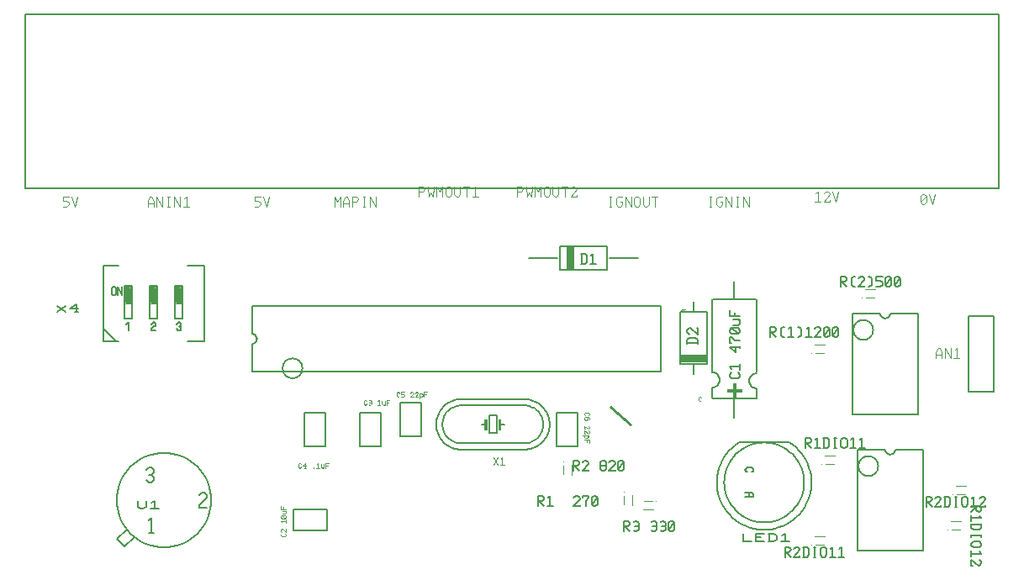
<source format=gto>
G04 Generated by Ultiboard 13.0 *
%FSLAX25Y25*%
%MOIN*%

%ADD10C,0.00001*%
%ADD11C,0.00800*%
%ADD12C,0.00189*%
%ADD13C,0.00463*%
%ADD14C,0.00591*%
%ADD15C,0.00394*%
%ADD16C,0.00219*%
%ADD17C,0.00612*%
%ADD18C,0.00787*%
%ADD19C,0.00005*%
%ADD20C,0.01000*%
%ADD21C,0.00004*%
%ADD22C,0.00367*%
%ADD23C,0.00100*%


G04 ColorRGB FFFF00 for the following layer *
%LNSilkscreen Top*%
%LPD*%
G54D10*
G54D11*
X146898Y171008D02*
X309102Y171008D01*
X309102Y196992D01*
X146898Y196992D01*
X159063Y172253D02*
G75*
D01*
G02X159063Y172253I3937J0*
G01*
X146898Y182031D02*
X147069Y182039D01*
X147239Y182061D01*
X147407Y182099D01*
X147571Y182150D01*
X147730Y182216D01*
X147882Y182295D01*
X148027Y182387D01*
X148163Y182492D01*
X148290Y182608D01*
X148406Y182735D01*
X148510Y182871D01*
X148602Y183016D01*
X148682Y183168D01*
X148747Y183327D01*
X148799Y183491D01*
X148836Y183658D01*
X148859Y183828D01*
X148866Y184000D01*
X148859Y184172D01*
X148836Y184342D01*
X148799Y184509D01*
X148747Y184673D01*
X148682Y184832D01*
X148602Y184984D01*
X148510Y185129D01*
X148406Y185265D01*
X148290Y185392D01*
X148163Y185508D01*
X148027Y185613D01*
X147882Y185705D01*
X147730Y185784D01*
X147571Y185850D01*
X147407Y185901D01*
X147239Y185939D01*
X147069Y185961D01*
X146898Y185969D01*
X146898Y196992D02*
X146898Y185969D01*
X146898Y182031D02*
X146898Y171008D01*
X276167Y154667D02*
X276167Y141333D01*
X267833Y141333D02*
X267833Y154667D01*
X276167Y154667D01*
X276167Y141333D02*
X267833Y141333D01*
X198167Y154667D02*
X198167Y141333D01*
X189833Y141333D02*
X189833Y154667D01*
X198167Y154667D01*
X198167Y141333D02*
X189833Y141333D01*
X176167Y154667D02*
X176167Y141333D01*
X167833Y141333D02*
X167833Y154667D01*
X176167Y154667D01*
X176167Y141333D02*
X167833Y141333D01*
X254917Y160000D02*
X229917Y160000D01*
X254917Y157500D02*
X229917Y157500D01*
X254917Y142500D02*
X229917Y142500D01*
X254917Y140000D02*
X229917Y140000D01*
X243917Y153500D02*
X240917Y153500D01*
X240917Y146500D02*
X243917Y146500D01*
X254917Y140000D02*
X255788Y140038D01*
X256653Y140152D01*
X257505Y140341D01*
X258337Y140603D01*
X259143Y140937D01*
X259917Y141340D01*
X260652Y141808D01*
X261344Y142340D01*
X261988Y142929D01*
X262577Y143572D01*
X263108Y144264D01*
X263577Y145000D01*
X263980Y145774D01*
X264313Y146580D01*
X264576Y147412D01*
X264765Y148264D01*
X264878Y149128D01*
X264917Y150000D01*
X264878Y150872D01*
X264765Y151736D01*
X264576Y152588D01*
X264313Y153420D01*
X263980Y154226D01*
X263577Y155000D01*
X263108Y155736D01*
X262577Y156428D01*
X261988Y157071D01*
X261344Y157660D01*
X260652Y158192D01*
X259917Y158660D01*
X259143Y159063D01*
X258337Y159397D01*
X257505Y159659D01*
X256653Y159848D01*
X255788Y159962D01*
X254917Y160000D01*
X254917Y160000D01*
X254917Y142500D02*
X255570Y142529D01*
X256219Y142614D01*
X256858Y142756D01*
X257482Y142952D01*
X258086Y143203D01*
X258667Y143505D01*
X259218Y143856D01*
X259737Y144255D01*
X260220Y144697D01*
X260662Y145179D01*
X261060Y145698D01*
X261412Y146250D01*
X261714Y146830D01*
X261964Y147435D01*
X262161Y148059D01*
X262303Y148698D01*
X262388Y149346D01*
X262417Y150000D01*
X262388Y150654D01*
X262303Y151302D01*
X262161Y151941D01*
X261964Y152565D01*
X261714Y153170D01*
X261412Y153750D01*
X261060Y154302D01*
X260662Y154821D01*
X260220Y155303D01*
X259737Y155745D01*
X259218Y156144D01*
X258667Y156495D01*
X258086Y156797D01*
X257482Y157048D01*
X256858Y157244D01*
X256219Y157386D01*
X255570Y157471D01*
X254917Y157500D01*
X254917Y157500D01*
X243917Y146500D02*
X243917Y153500D01*
X244917Y152000D02*
X244917Y148000D01*
X245417Y148000D02*
X245417Y152000D01*
X245417Y150000D02*
X246917Y150000D01*
X229917Y160000D02*
X229045Y159962D01*
X228180Y159848D01*
X227328Y159659D01*
X226496Y159397D01*
X225690Y159063D01*
X224917Y158660D01*
X224181Y158192D01*
X223489Y157660D01*
X222845Y157071D01*
X222256Y156428D01*
X221725Y155736D01*
X221256Y155000D01*
X220853Y154226D01*
X220520Y153420D01*
X220257Y152588D01*
X220068Y151736D01*
X219955Y150872D01*
X219917Y150000D01*
X219955Y149128D01*
X220068Y148264D01*
X220257Y147412D01*
X220520Y146580D01*
X220853Y145774D01*
X221256Y145000D01*
X221725Y144264D01*
X222256Y143572D01*
X222845Y142929D01*
X223489Y142340D01*
X224181Y141808D01*
X224917Y141340D01*
X225690Y140937D01*
X226496Y140603D01*
X227328Y140341D01*
X228180Y140152D01*
X229045Y140038D01*
X229917Y140000D01*
X229917Y140000D01*
X229917Y157500D02*
X229263Y157471D01*
X228614Y157386D01*
X227975Y157244D01*
X227351Y157048D01*
X226747Y156797D01*
X226167Y156495D01*
X225615Y156144D01*
X225096Y155745D01*
X224613Y155303D01*
X224171Y154821D01*
X223773Y154302D01*
X223421Y153750D01*
X223119Y153170D01*
X222869Y152565D01*
X222672Y151941D01*
X222530Y151302D01*
X222445Y150654D01*
X222417Y150000D01*
X222445Y149346D01*
X222530Y148698D01*
X222672Y148059D01*
X222869Y147435D01*
X223119Y146830D01*
X223421Y146250D01*
X223773Y145698D01*
X224171Y145179D01*
X224613Y144697D01*
X225096Y144255D01*
X225615Y143856D01*
X226167Y143505D01*
X226747Y143203D01*
X227351Y142952D01*
X227975Y142756D01*
X228614Y142614D01*
X229263Y142529D01*
X229917Y142500D01*
X229917Y142500D01*
X240917Y146500D02*
X240917Y153500D01*
X239917Y148000D02*
X239917Y152000D01*
X239417Y148000D02*
X239417Y152000D01*
X239417Y150000D02*
X237917Y150000D01*
X327315Y194512D02*
X316685Y194512D01*
X316685Y174039D02*
X327315Y174039D01*
X322000Y174000D02*
X322000Y169906D01*
X322000Y194709D02*
X322000Y198646D01*
X327315Y174039D02*
X327315Y194512D01*
X316685Y194512D02*
X316685Y174039D01*
X205833Y145333D02*
X205833Y158667D01*
X214167Y158667D02*
X214167Y145333D01*
X205833Y145333D01*
X205833Y158667D02*
X214167Y158667D01*
X347055Y160205D02*
X329732Y160205D01*
X329732Y199575D02*
X346661Y199575D01*
X338000Y159937D02*
X338000Y152724D01*
X338000Y206661D02*
X338000Y199575D01*
X347055Y170835D02*
X347055Y199575D01*
X347012Y164315D02*
X347012Y160315D01*
X347012Y170315D02*
X346750Y170304D01*
X346491Y170269D01*
X346235Y170213D01*
X345986Y170134D01*
X345744Y170034D01*
X345512Y169913D01*
X345291Y169772D01*
X345083Y169613D01*
X344890Y169436D01*
X344714Y169243D01*
X344554Y169036D01*
X344414Y168815D01*
X344293Y168583D01*
X344193Y168341D01*
X344114Y168091D01*
X344057Y167836D01*
X344023Y167576D01*
X344012Y167315D01*
X344023Y167053D01*
X344057Y166794D01*
X344114Y166539D01*
X344193Y166289D01*
X344293Y166047D01*
X344414Y165815D01*
X344554Y165594D01*
X344714Y165387D01*
X344890Y165194D01*
X345083Y165017D01*
X345291Y164858D01*
X345512Y164717D01*
X345744Y164596D01*
X345986Y164496D01*
X346235Y164417D01*
X346491Y164361D01*
X346750Y164326D01*
X347012Y164315D01*
X329339Y170835D02*
X329339Y199575D01*
X329339Y160535D02*
X329339Y164535D01*
X329339Y164685D02*
X329600Y164696D01*
X329860Y164731D01*
X330115Y164787D01*
X330365Y164866D01*
X330606Y164966D01*
X330839Y165087D01*
X331059Y165228D01*
X331267Y165387D01*
X331460Y165564D01*
X331637Y165757D01*
X331796Y165964D01*
X331937Y166185D01*
X332058Y166417D01*
X332158Y166659D01*
X332236Y166909D01*
X332293Y167164D01*
X332327Y167424D01*
X332339Y167685D01*
X332327Y167947D01*
X332293Y168206D01*
X332236Y168461D01*
X332158Y168711D01*
X332058Y168953D01*
X331937Y169185D01*
X331796Y169406D01*
X331637Y169613D01*
X331460Y169806D01*
X331267Y169983D01*
X331059Y170142D01*
X330839Y170283D01*
X330606Y170404D01*
X330365Y170504D01*
X330115Y170583D01*
X329860Y170639D01*
X329600Y170674D01*
X329339Y170685D01*
X341556Y106702D02*
X341556Y103726D01*
X344889Y103726D01*
X349889Y103726D02*
X346556Y103726D01*
X346556Y105214D01*
X346556Y106702D01*
X349889Y106702D01*
X346556Y105214D02*
X348778Y105214D01*
X351556Y103726D02*
X353778Y103726D01*
X354889Y104321D01*
X354889Y106107D01*
X353778Y106702D01*
X351556Y106702D01*
X352111Y106702D02*
X352111Y103726D01*
X357111Y106107D02*
X358222Y106702D01*
X358222Y103726D01*
X356556Y103726D02*
X359889Y103726D01*
X339788Y142725D02*
X338456Y141775D01*
X337213Y140713D01*
X336066Y139546D01*
X335026Y138284D01*
X334099Y136936D01*
X333294Y135512D01*
X332615Y134024D01*
X332069Y132482D01*
X331660Y130898D01*
X331390Y129285D01*
X331261Y127654D01*
X331276Y126019D01*
X331432Y124391D01*
X331731Y122782D01*
X332168Y121206D01*
X332741Y119674D01*
X333445Y118197D01*
X334275Y116788D01*
X335225Y115456D01*
X336287Y114213D01*
X337454Y113066D01*
X338716Y112026D01*
X340064Y111099D01*
X341488Y110294D01*
X342976Y109615D01*
X344518Y109069D01*
X346102Y108660D01*
X347715Y108390D01*
X349346Y108261D01*
X350981Y108276D01*
X352609Y108432D01*
X354218Y108731D01*
X355794Y109168D01*
X357326Y109741D01*
X358803Y110445D01*
X360212Y111275D01*
X361544Y112225D01*
X362787Y113287D01*
X363934Y114454D01*
X364974Y115716D01*
X365901Y117064D01*
X366706Y118488D01*
X367385Y119976D01*
X367931Y121518D01*
X368340Y123102D01*
X368610Y124715D01*
X368739Y126346D01*
X368724Y127981D01*
X368568Y129609D01*
X368269Y131218D01*
X367832Y132794D01*
X367259Y134326D01*
X366555Y135803D01*
X365725Y137212D01*
X364775Y138544D01*
X363713Y139787D01*
X362546Y140934D01*
X361284Y141974D01*
X360212Y142725D01*
X350000Y111167D02*
X351380Y111227D01*
X352749Y111407D01*
X354098Y111706D01*
X355415Y112122D01*
X356691Y112650D01*
X357917Y113288D01*
X359082Y114030D01*
X360177Y114871D01*
X361196Y115804D01*
X362129Y116823D01*
X362970Y117918D01*
X363712Y119083D01*
X364350Y120309D01*
X364878Y121585D01*
X365294Y122902D01*
X365593Y124251D01*
X365773Y125620D01*
X365833Y127000D01*
X365773Y128380D01*
X365593Y129749D01*
X365294Y131098D01*
X364878Y132415D01*
X364350Y133691D01*
X363712Y134917D01*
X362970Y136082D01*
X362129Y137177D01*
X361196Y138196D01*
X360177Y139129D01*
X359082Y139970D01*
X357917Y140712D01*
X356691Y141350D01*
X355415Y141878D01*
X354098Y142294D01*
X352749Y142593D01*
X351380Y142773D01*
X350000Y142833D01*
X348620Y142773D01*
X347251Y142593D01*
X345902Y142294D01*
X344585Y141878D01*
X343309Y141350D01*
X342083Y140712D01*
X340918Y139970D01*
X339823Y139129D01*
X338804Y138196D01*
X337871Y137177D01*
X337030Y136082D01*
X336288Y134917D01*
X335650Y133691D01*
X335122Y132415D01*
X334706Y131098D01*
X334407Y129749D01*
X334227Y128380D01*
X334167Y127000D01*
X334227Y125620D01*
X334407Y124251D01*
X334706Y122902D01*
X335122Y121585D01*
X335650Y120309D01*
X336288Y119083D01*
X337030Y117918D01*
X337871Y116823D01*
X338804Y115804D01*
X339823Y114871D01*
X340918Y114030D01*
X342083Y113288D01*
X343309Y112650D01*
X344585Y112122D01*
X345902Y111706D01*
X347251Y111407D01*
X348620Y111227D01*
X350000Y111167D01*
X344167Y122833D02*
X344167Y121167D01*
X345000Y121167D02*
X345073Y121170D01*
X345145Y121179D01*
X345216Y121195D01*
X345285Y121217D01*
X345352Y121245D01*
X345417Y121278D01*
X345478Y121317D01*
X345536Y121362D01*
X345589Y121411D01*
X345638Y121464D01*
X345683Y121522D01*
X345722Y121583D01*
X345755Y121648D01*
X345783Y121715D01*
X345805Y121784D01*
X345821Y121855D01*
X345830Y121927D01*
X345833Y122000D01*
X345830Y122073D01*
X345821Y122145D01*
X345805Y122216D01*
X345783Y122285D01*
X345755Y122352D01*
X345722Y122417D01*
X345683Y122478D01*
X345638Y122536D01*
X345589Y122589D01*
X345536Y122638D01*
X345478Y122683D01*
X345417Y122722D01*
X345352Y122755D01*
X345285Y122783D01*
X345216Y122805D01*
X345145Y122821D01*
X345073Y122830D01*
X345000Y122833D01*
X360000Y142833D02*
X340000Y142833D01*
X342500Y122833D02*
X345000Y122833D01*
X343333Y132833D02*
X343261Y132830D01*
X343189Y132821D01*
X343118Y132805D01*
X343048Y132783D01*
X342981Y132755D01*
X342917Y132722D01*
X342855Y132683D01*
X342798Y132638D01*
X342744Y132589D01*
X342695Y132536D01*
X342651Y132478D01*
X342612Y132417D01*
X342578Y132352D01*
X342550Y132285D01*
X342529Y132216D01*
X342513Y132145D01*
X342503Y132073D01*
X342500Y132000D01*
X342503Y131927D01*
X342513Y131855D01*
X342529Y131784D01*
X342550Y131715D01*
X342578Y131648D01*
X342612Y131583D01*
X342651Y131522D01*
X342695Y131464D01*
X342744Y131411D01*
X342798Y131362D01*
X342855Y131317D01*
X342917Y131278D01*
X342981Y131245D01*
X343048Y131217D01*
X343118Y131195D01*
X343189Y131179D01*
X343261Y131170D01*
X343333Y131167D01*
X343333Y131167D01*
X343333Y132833D02*
X345000Y132833D01*
X345000Y131167D02*
X345073Y131170D01*
X345145Y131179D01*
X345216Y131195D01*
X345285Y131217D01*
X345352Y131245D01*
X345417Y131278D01*
X345478Y131317D01*
X345536Y131362D01*
X345589Y131411D01*
X345638Y131464D01*
X345683Y131522D01*
X345722Y131583D01*
X345755Y131648D01*
X345783Y131715D01*
X345805Y131784D01*
X345821Y131855D01*
X345830Y131927D01*
X345833Y132000D01*
X345830Y132073D01*
X345821Y132145D01*
X345805Y132216D01*
X345783Y132285D01*
X345755Y132352D01*
X345722Y132417D01*
X345683Y132478D01*
X345638Y132536D01*
X345589Y132589D01*
X345536Y132638D01*
X345478Y132683D01*
X345417Y132722D01*
X345352Y132755D01*
X345285Y132783D01*
X345216Y132805D01*
X345145Y132821D01*
X345073Y132830D01*
X345000Y132833D01*
X342500Y121167D02*
X345000Y121167D01*
X101556Y119702D02*
X101556Y117321D01*
X102667Y116726D01*
X103778Y116726D01*
X104889Y117321D01*
X104889Y119702D01*
X107111Y119107D02*
X108222Y119702D01*
X108222Y116726D01*
X106556Y116726D02*
X109889Y116726D01*
X130750Y120000D02*
X130679Y121634D01*
X130465Y123256D01*
X130111Y124853D01*
X129619Y126413D01*
X128993Y127924D01*
X128238Y129375D01*
X127359Y130755D01*
X126363Y132052D01*
X125258Y133258D01*
X124052Y134363D01*
X122755Y135359D01*
X121375Y136238D01*
X119924Y136993D01*
X118413Y137619D01*
X116853Y138111D01*
X115256Y138465D01*
X113634Y138679D01*
X112000Y138750D01*
X110366Y138679D01*
X108744Y138465D01*
X107147Y138111D01*
X105587Y137619D01*
X104076Y136993D01*
X102625Y136238D01*
X101245Y135359D01*
X99948Y134363D01*
X98742Y133258D01*
X97637Y132052D01*
X96641Y130755D01*
X95762Y129375D01*
X95007Y127924D01*
X94381Y126413D01*
X93889Y124853D01*
X93535Y123256D01*
X93321Y121634D01*
X93250Y120000D01*
X93321Y118366D01*
X93535Y116744D01*
X93889Y115147D01*
X94381Y113587D01*
X95007Y112076D01*
X95762Y110625D01*
X96641Y109245D01*
X97637Y107948D01*
X98742Y106742D01*
X99948Y105637D01*
X101245Y104641D01*
X102625Y103762D01*
X104076Y103007D01*
X105587Y102381D01*
X107147Y101889D01*
X108744Y101535D01*
X110366Y101321D01*
X112000Y101250D01*
X113634Y101321D01*
X115256Y101535D01*
X116853Y101889D01*
X118413Y102381D01*
X119924Y103007D01*
X121375Y103762D01*
X122755Y104641D01*
X124052Y105637D01*
X125258Y106742D01*
X126363Y107948D01*
X127359Y109245D01*
X128238Y110625D01*
X128993Y112076D01*
X129619Y113587D01*
X130111Y115147D01*
X130465Y116744D01*
X130679Y118366D01*
X130750Y120000D01*
X93500Y104500D02*
X96500Y101500D01*
X100333Y105333D01*
X97333Y108333D02*
X93500Y104500D01*
X126000Y118000D02*
X126000Y117000D01*
X107000Y107000D02*
X107000Y113000D01*
X106000Y112000D01*
X108000Y107000D02*
X106000Y107000D01*
X126000Y117000D02*
X129000Y117000D01*
X105000Y132000D02*
X106000Y133000D01*
X107000Y133000D01*
X108000Y132000D01*
X108000Y131000D01*
X107000Y130000D01*
X108000Y129000D02*
X108000Y128000D01*
X107000Y130000D02*
X108000Y129000D01*
X106000Y127000D02*
X105000Y128000D01*
X108000Y128000D02*
X107000Y127000D01*
X106000Y127000D01*
X107000Y130000D02*
X106000Y130000D01*
X129000Y121000D02*
X126000Y118000D01*
X126000Y122000D02*
X127000Y123000D01*
X128000Y123000D02*
X129000Y122000D01*
X127000Y123000D02*
X128000Y123000D01*
X129000Y122000D02*
X129000Y121000D01*
X69556Y194726D02*
X72889Y196810D01*
X69556Y196810D02*
X72889Y194726D01*
X77889Y195917D02*
X74556Y195917D01*
X77333Y197702D01*
X77333Y194726D01*
X76778Y194726D02*
X77889Y194726D01*
X98000Y199000D02*
X98000Y203500D01*
X98000Y187167D02*
X98000Y190500D01*
X97167Y189667D01*
X96500Y192000D02*
X99500Y192000D01*
X97000Y198000D02*
X99000Y198000D01*
X97000Y198500D02*
X98500Y198500D01*
X97500Y199000D02*
X98000Y199000D01*
X99500Y205000D02*
X96500Y205000D01*
X99000Y204500D02*
X97000Y204500D01*
X98500Y204000D02*
X97500Y204000D01*
X94167Y213000D02*
X88000Y213000D01*
X88000Y183000D01*
X96500Y205000D02*
X96500Y192000D01*
X88000Y183000D02*
X94167Y183000D01*
X88000Y188000D02*
X93000Y183000D01*
X93000Y203833D02*
X92997Y203906D01*
X92987Y203978D01*
X92971Y204049D01*
X92950Y204118D01*
X92922Y204186D01*
X92888Y204250D01*
X92849Y204311D01*
X92805Y204369D01*
X92756Y204423D01*
X92702Y204472D01*
X92645Y204516D01*
X92583Y204555D01*
X92519Y204589D01*
X92452Y204617D01*
X92382Y204638D01*
X92311Y204654D01*
X92239Y204664D01*
X92167Y204667D01*
X92094Y204664D01*
X92022Y204654D01*
X91951Y204638D01*
X91882Y204617D01*
X91814Y204589D01*
X91750Y204555D01*
X91689Y204516D01*
X91631Y204472D01*
X91577Y204423D01*
X91528Y204369D01*
X91484Y204311D01*
X91445Y204250D01*
X91411Y204186D01*
X91383Y204118D01*
X91362Y204049D01*
X91346Y203978D01*
X91336Y203906D01*
X91333Y203833D01*
X91333Y202167D02*
X91336Y202094D01*
X91346Y202022D01*
X91362Y201951D01*
X91383Y201882D01*
X91411Y201814D01*
X91445Y201750D01*
X91484Y201689D01*
X91528Y201631D01*
X91577Y201577D01*
X91631Y201528D01*
X91689Y201484D01*
X91750Y201445D01*
X91814Y201411D01*
X91882Y201383D01*
X91951Y201362D01*
X92022Y201346D01*
X92094Y201336D01*
X92167Y201333D01*
X92239Y201336D01*
X92311Y201346D01*
X92382Y201362D01*
X92452Y201383D01*
X92519Y201411D01*
X92583Y201445D01*
X92645Y201484D01*
X92702Y201528D01*
X92756Y201577D01*
X92805Y201631D01*
X92849Y201689D01*
X92888Y201750D01*
X92922Y201814D01*
X92950Y201882D01*
X92971Y201951D01*
X92987Y202022D01*
X92997Y202094D01*
X93000Y202167D01*
X91333Y202167D02*
X91333Y203833D01*
X97000Y204500D02*
X97000Y198500D01*
X97500Y204000D02*
X97500Y199000D01*
X95500Y204667D02*
X95500Y201333D01*
X93833Y201333D02*
X93833Y204667D01*
X95500Y201333D02*
X93833Y204667D01*
X93000Y203833D02*
X93000Y202167D01*
X128000Y213000D02*
X121333Y213000D01*
X128000Y183000D02*
X128000Y213000D01*
X99500Y192000D02*
X99500Y205000D01*
X106500Y205000D02*
X106500Y192000D01*
X109500Y192000D02*
X109500Y205000D01*
X108000Y188833D02*
X107927Y188830D01*
X107855Y188821D01*
X107784Y188805D01*
X107715Y188783D01*
X107648Y188755D01*
X107583Y188722D01*
X107522Y188683D01*
X107464Y188638D01*
X107411Y188589D01*
X107362Y188536D01*
X107317Y188478D01*
X107278Y188417D01*
X107245Y188352D01*
X107217Y188285D01*
X107195Y188216D01*
X107179Y188145D01*
X107170Y188073D01*
X107167Y188000D01*
X108000Y188833D02*
X108073Y188836D01*
X108145Y188846D01*
X108216Y188862D01*
X108285Y188883D01*
X108352Y188911D01*
X108417Y188945D01*
X108478Y188984D01*
X108536Y189028D01*
X108589Y189077D01*
X108638Y189131D01*
X108683Y189189D01*
X108722Y189250D01*
X108755Y189314D01*
X108783Y189382D01*
X108805Y189451D01*
X108821Y189522D01*
X108830Y189594D01*
X108833Y189667D01*
X108830Y189739D01*
X108821Y189811D01*
X108805Y189882D01*
X108783Y189952D01*
X108755Y190019D01*
X108722Y190083D01*
X108683Y190145D01*
X108638Y190202D01*
X108589Y190256D01*
X108536Y190305D01*
X108478Y190349D01*
X108417Y190388D01*
X108352Y190422D01*
X108285Y190450D01*
X108216Y190471D01*
X108145Y190487D01*
X108073Y190497D01*
X108000Y190500D01*
X107927Y190497D01*
X107855Y190487D01*
X107784Y190471D01*
X107715Y190450D01*
X107648Y190422D01*
X107583Y190388D01*
X107522Y190349D01*
X107464Y190305D01*
X107411Y190256D01*
X107362Y190202D01*
X107317Y190145D01*
X107278Y190083D01*
X107245Y190019D01*
X107217Y189952D01*
X107195Y189882D01*
X107179Y189811D01*
X107170Y189739D01*
X107167Y189667D01*
X108833Y187167D02*
X107167Y187167D01*
X107167Y188000D01*
X106500Y192000D02*
X109500Y192000D01*
X107000Y204500D02*
X107000Y198500D01*
X107500Y204000D02*
X107500Y199000D01*
X107000Y198000D02*
X109000Y198000D01*
X107000Y198500D02*
X108500Y198500D01*
X107500Y199000D02*
X108000Y199000D01*
X109500Y205000D02*
X106500Y205000D01*
X109000Y204500D02*
X107000Y204500D01*
X108500Y204000D02*
X107500Y204000D01*
X99000Y198000D02*
X99000Y204500D01*
X98500Y198500D02*
X98500Y204000D01*
X109000Y198000D02*
X109000Y204500D01*
X108500Y198500D02*
X108500Y204000D01*
X108000Y199000D02*
X108000Y203500D01*
X119500Y192000D02*
X119500Y205000D01*
X116500Y205000D02*
X116500Y192000D01*
X121333Y183000D02*
X128000Y183000D01*
X116500Y192000D02*
X119500Y192000D01*
X117167Y188000D02*
X117170Y187927D01*
X117179Y187855D01*
X117195Y187784D01*
X117217Y187715D01*
X117245Y187648D01*
X117278Y187583D01*
X117317Y187522D01*
X117362Y187464D01*
X117411Y187411D01*
X117464Y187362D01*
X117522Y187317D01*
X117583Y187278D01*
X117648Y187245D01*
X117715Y187217D01*
X117784Y187195D01*
X117855Y187179D01*
X117927Y187170D01*
X118000Y187167D01*
X118073Y187170D01*
X118145Y187179D01*
X118216Y187195D01*
X118285Y187217D01*
X118352Y187245D01*
X118417Y187278D01*
X118478Y187317D01*
X118536Y187362D01*
X118589Y187411D01*
X118638Y187464D01*
X118683Y187522D01*
X118722Y187583D01*
X118755Y187648D01*
X118783Y187715D01*
X118805Y187784D01*
X118821Y187855D01*
X118830Y187927D01*
X118833Y188000D01*
X118830Y188073D01*
X118821Y188145D01*
X118805Y188216D01*
X118783Y188285D01*
X118755Y188352D01*
X118722Y188417D01*
X118683Y188478D01*
X118638Y188536D01*
X118589Y188589D01*
X118536Y188638D01*
X118478Y188683D01*
X118417Y188722D01*
X118352Y188755D01*
X118285Y188783D01*
X118216Y188805D01*
X118145Y188821D01*
X118073Y188830D01*
X118000Y188833D01*
X118073Y188836D01*
X118145Y188846D01*
X118216Y188862D01*
X118285Y188883D01*
X118352Y188911D01*
X118417Y188945D01*
X118478Y188984D01*
X118536Y189028D01*
X118589Y189077D01*
X118638Y189131D01*
X118683Y189189D01*
X118722Y189250D01*
X118755Y189314D01*
X118783Y189382D01*
X118805Y189451D01*
X118821Y189522D01*
X118830Y189594D01*
X118833Y189667D01*
X118830Y189739D01*
X118821Y189811D01*
X118805Y189882D01*
X118783Y189952D01*
X118755Y190019D01*
X118722Y190083D01*
X118683Y190145D01*
X118638Y190202D01*
X118589Y190256D01*
X118536Y190305D01*
X118478Y190349D01*
X118417Y190388D01*
X118352Y190422D01*
X118285Y190450D01*
X118216Y190471D01*
X118145Y190487D01*
X118073Y190497D01*
X118000Y190500D01*
X117927Y190497D01*
X117855Y190487D01*
X117784Y190471D01*
X117715Y190450D01*
X117648Y190422D01*
X117583Y190388D01*
X117522Y190349D01*
X117464Y190305D01*
X117411Y190256D01*
X117362Y190202D01*
X117317Y190145D01*
X117278Y190083D01*
X117245Y190019D01*
X117217Y189952D01*
X117195Y189882D01*
X117179Y189811D01*
X117170Y189739D01*
X117167Y189667D01*
X119000Y198000D02*
X119000Y204500D01*
X117000Y204500D02*
X117000Y198500D01*
X118500Y198500D02*
X118500Y204000D01*
X117500Y204000D02*
X117500Y199000D01*
X118000Y199000D02*
X118000Y203500D01*
X117000Y198000D02*
X119000Y198000D01*
X117000Y198500D02*
X118500Y198500D01*
X117500Y199000D02*
X118000Y199000D01*
X119500Y205000D02*
X116500Y205000D01*
X119000Y204500D02*
X117000Y204500D01*
X118500Y204000D02*
X117500Y204000D01*
X387008Y140079D02*
X387008Y99921D01*
X412992Y99921D01*
X412992Y140079D01*
X387348Y133468D02*
G75*
D01*
G02X387348Y133468I3937J0*
G01*
X398031Y140079D02*
X398039Y139907D01*
X398061Y139737D01*
X398099Y139569D01*
X398150Y139405D01*
X398216Y139247D01*
X398295Y139094D01*
X398387Y138950D01*
X398492Y138813D01*
X398608Y138687D01*
X398735Y138571D01*
X398871Y138466D01*
X399016Y138374D01*
X399168Y138295D01*
X399327Y138229D01*
X399491Y138177D01*
X399658Y138140D01*
X399828Y138118D01*
X400000Y138110D01*
X400172Y138118D01*
X400342Y138140D01*
X400509Y138177D01*
X400673Y138229D01*
X400832Y138295D01*
X400984Y138374D01*
X401129Y138466D01*
X401265Y138571D01*
X401392Y138687D01*
X401508Y138813D01*
X401613Y138950D01*
X401705Y139094D01*
X401784Y139247D01*
X401850Y139405D01*
X401901Y139569D01*
X401939Y139737D01*
X401961Y139907D01*
X401969Y140079D01*
X412992Y140079D02*
X401969Y140079D01*
X398031Y140079D02*
X387008Y140079D01*
X163333Y116167D02*
X176667Y116167D01*
X176667Y107833D02*
X163333Y107833D01*
X163333Y116167D01*
X176667Y116167D02*
X176667Y107833D01*
X385008Y194079D02*
X385008Y153921D01*
X410992Y153921D01*
X410992Y194079D01*
X385348Y187468D02*
G75*
D01*
G02X385348Y187468I3937J0*
G01*
X396031Y194079D02*
X396039Y193907D01*
X396061Y193737D01*
X396099Y193569D01*
X396150Y193405D01*
X396216Y193247D01*
X396295Y193094D01*
X396387Y192950D01*
X396492Y192813D01*
X396608Y192687D01*
X396735Y192571D01*
X396871Y192466D01*
X397016Y192374D01*
X397168Y192295D01*
X397327Y192229D01*
X397491Y192177D01*
X397658Y192140D01*
X397828Y192118D01*
X398000Y192110D01*
X398172Y192118D01*
X398342Y192140D01*
X398509Y192177D01*
X398673Y192229D01*
X398832Y192295D01*
X398984Y192374D01*
X399129Y192466D01*
X399265Y192571D01*
X399392Y192687D01*
X399508Y192813D01*
X399613Y192950D01*
X399705Y193094D01*
X399784Y193247D01*
X399850Y193405D01*
X399901Y193569D01*
X399939Y193737D01*
X399961Y193907D01*
X399969Y194079D01*
X410992Y194079D02*
X399969Y194079D01*
X396031Y194079D02*
X385008Y194079D01*
X57087Y243472D02*
X442913Y243472D01*
X442913Y312528D01*
X57087Y312528D01*
X57087Y243472D01*
X431000Y193000D02*
X431000Y163000D01*
X441000Y163000D01*
X441000Y193000D01*
X431000Y193000D01*
G54D12*
X279179Y153590D02*
X278774Y153993D01*
X278774Y154396D01*
X279179Y154799D01*
X280393Y154799D01*
X280798Y154396D01*
X280798Y153993D01*
X280393Y153590D01*
X280798Y151978D02*
X280798Y152582D01*
X280393Y152985D01*
X279583Y152985D01*
X279179Y152985D01*
X278774Y152582D01*
X278774Y152180D01*
X279179Y151777D01*
X279583Y151777D01*
X279988Y152180D01*
X279988Y152582D01*
X279583Y152985D01*
X280393Y149359D02*
X280798Y148956D01*
X280798Y148553D01*
X280393Y148150D01*
X280190Y148150D01*
X278774Y149359D01*
X278774Y148150D01*
X278976Y148150D01*
X280393Y147546D02*
X280798Y147143D01*
X280798Y146740D01*
X280393Y146337D01*
X280190Y146337D01*
X278774Y147546D01*
X278774Y146337D01*
X278976Y146337D01*
X279179Y145733D02*
X278774Y145330D01*
X278774Y144927D01*
X279179Y144524D01*
X279786Y144524D01*
X280190Y144927D01*
X280190Y145330D01*
X279786Y145733D01*
X278167Y145733D02*
X280190Y145733D01*
X278774Y143920D02*
X280798Y143920D01*
X280798Y142711D01*
X279786Y143920D02*
X279786Y143114D01*
X192410Y158179D02*
X192007Y157774D01*
X191604Y157774D01*
X191201Y158179D01*
X191201Y159393D01*
X191604Y159798D01*
X192007Y159798D01*
X192410Y159393D01*
X193216Y159595D02*
X193418Y159798D01*
X193820Y159798D01*
X194223Y159393D01*
X194223Y158988D01*
X194022Y158786D01*
X194223Y158583D01*
X194223Y158179D01*
X193820Y157774D01*
X193418Y157774D01*
X193216Y157976D01*
X193418Y158786D02*
X194022Y158786D01*
X196842Y159393D02*
X197245Y159798D01*
X197245Y157774D01*
X196641Y157774D02*
X197850Y157774D01*
X198454Y159190D02*
X198454Y158179D01*
X198857Y157774D01*
X199260Y157774D01*
X199663Y158179D01*
X199663Y159190D01*
X199663Y158179D02*
X199663Y157774D01*
X200267Y157774D02*
X200267Y159798D01*
X201476Y159798D01*
X200267Y158786D02*
X201073Y158786D01*
X166410Y133179D02*
X166007Y132774D01*
X165604Y132774D01*
X165201Y133179D01*
X165201Y134393D01*
X165604Y134798D01*
X166007Y134798D01*
X166410Y134393D01*
X168223Y133583D02*
X167015Y133583D01*
X168022Y134798D01*
X168022Y132774D01*
X167820Y132774D02*
X168223Y132774D01*
X171245Y132774D02*
X171245Y132976D01*
X172656Y134393D02*
X173059Y134798D01*
X173059Y132774D01*
X172454Y132774D02*
X173663Y132774D01*
X174267Y134190D02*
X174267Y133179D01*
X174670Y132774D01*
X175073Y132774D01*
X175476Y133179D01*
X175476Y134190D01*
X175476Y133179D02*
X175476Y132774D01*
X176080Y132774D02*
X176080Y134798D01*
X177289Y134798D01*
X176080Y133786D02*
X176886Y133786D01*
X205481Y161249D02*
X205078Y160844D01*
X204675Y160844D01*
X204272Y161249D01*
X204272Y162463D01*
X204675Y162868D01*
X205078Y162868D01*
X205481Y162463D01*
X207294Y162868D02*
X206085Y162868D01*
X206085Y162059D01*
X206891Y162059D01*
X207294Y161654D01*
X207294Y161249D01*
X206891Y160844D01*
X206085Y160844D01*
X209712Y162463D02*
X210114Y162868D01*
X210517Y162868D01*
X210920Y162463D01*
X210920Y162261D01*
X209712Y160844D01*
X210920Y160844D01*
X210920Y161047D01*
X211525Y162463D02*
X211928Y162868D01*
X212331Y162868D01*
X212733Y162463D01*
X212733Y162261D01*
X211525Y160844D01*
X212733Y160844D01*
X212733Y161047D01*
X213338Y161249D02*
X213741Y160844D01*
X214144Y160844D01*
X214547Y161249D01*
X214547Y161856D01*
X214144Y162261D01*
X213741Y162261D01*
X213338Y161856D01*
X213338Y160237D02*
X213338Y162261D01*
X215151Y160844D02*
X215151Y162868D01*
X216360Y162868D01*
X215151Y161856D02*
X215957Y161856D01*
X159988Y106718D02*
X160393Y106315D01*
X160393Y105912D01*
X159988Y105509D01*
X158774Y105509D01*
X158369Y105912D01*
X158369Y106315D01*
X158774Y106718D01*
X158774Y107322D02*
X158369Y107725D01*
X158369Y108128D01*
X158774Y108531D01*
X158976Y108531D01*
X160393Y107322D01*
X160393Y108531D01*
X160190Y108531D01*
X158774Y111150D02*
X158369Y111553D01*
X160393Y111553D01*
X160393Y110949D02*
X160393Y112158D01*
X158774Y112762D02*
X158369Y113165D01*
X158369Y113568D01*
X158774Y113971D01*
X159988Y113971D01*
X160393Y113568D01*
X160393Y113165D01*
X159988Y112762D01*
X158774Y112762D01*
X158774Y113971D02*
X159988Y112762D01*
X158976Y114575D02*
X159988Y114575D01*
X160393Y114978D01*
X160393Y115381D01*
X159988Y115784D01*
X158976Y115784D01*
X159988Y115784D02*
X160393Y115784D01*
X160393Y116388D02*
X158369Y116388D01*
X158369Y117597D01*
X159381Y116388D02*
X159381Y117194D01*
G54D13*
X242630Y136869D02*
X244407Y133893D01*
X242630Y133893D02*
X244407Y136869D01*
X245593Y136274D02*
X246185Y136869D01*
X246185Y133893D01*
X245296Y133893D02*
X247074Y133893D01*
G54D14*
X323640Y181861D02*
X323640Y183541D01*
X322796Y184381D01*
X320265Y184381D01*
X319422Y183541D01*
X319422Y181861D01*
X319422Y182281D02*
X323640Y182281D01*
X320265Y185640D02*
X319422Y186480D01*
X319422Y187320D01*
X320265Y188160D01*
X320687Y188160D01*
X323640Y185640D01*
X323640Y188160D01*
X323218Y188160D01*
G54D15*
G36*
X316898Y174497D02*
X316898Y177646D01*
X327225Y177646D01*
X327225Y174497D01*
X316898Y174497D01*
G37*
G54D16*
X324980Y159735D02*
X324700Y159453D01*
X324420Y159453D01*
X324140Y159735D01*
X324140Y160578D01*
X324420Y160859D01*
X324700Y160859D01*
X324980Y160578D01*
X318547Y194880D02*
X317703Y194880D01*
X317141Y195160D01*
X317141Y195440D01*
X317703Y195720D01*
X318547Y195720D01*
X318125Y194880D02*
X318125Y195720D01*
G54D17*
X277392Y213669D02*
X278960Y213669D01*
X279744Y214457D01*
X279744Y216819D01*
X278960Y217606D01*
X277392Y217606D01*
X277784Y217606D02*
X277784Y213669D01*
X281311Y216819D02*
X282095Y217606D01*
X282095Y213669D01*
X280920Y213669D02*
X283271Y213669D01*
X339543Y170523D02*
X340331Y169739D01*
X340331Y168955D01*
X339543Y168171D01*
X337181Y168171D01*
X336394Y168955D01*
X336394Y169739D01*
X337181Y170523D01*
X337181Y172091D02*
X336394Y172875D01*
X340331Y172875D01*
X340331Y171699D02*
X340331Y174051D01*
X338756Y181106D02*
X338756Y178754D01*
X336394Y180714D01*
X340331Y180714D01*
X340331Y180322D02*
X340331Y181106D01*
X340331Y183458D02*
X338362Y183458D01*
X337181Y184633D01*
X336394Y184633D01*
X336394Y182282D01*
X337181Y182282D01*
X337181Y185809D02*
X336394Y186593D01*
X336394Y187377D01*
X337181Y188161D01*
X339543Y188161D01*
X340331Y187377D01*
X340331Y186593D01*
X339543Y185809D01*
X337181Y185809D01*
X337181Y188161D02*
X339543Y185809D01*
X337575Y189337D02*
X339543Y189337D01*
X340331Y190121D01*
X340331Y190905D01*
X339543Y191689D01*
X337575Y191689D01*
X339543Y191689D02*
X340331Y191689D01*
X340331Y192864D02*
X336394Y192864D01*
X336394Y195216D01*
X338362Y192864D02*
X338362Y194432D01*
X352392Y184669D02*
X352392Y188606D01*
X353960Y188606D01*
X354744Y187819D01*
X354744Y187425D01*
X353960Y186638D01*
X352392Y186638D01*
X352784Y186638D02*
X354744Y184669D01*
X357879Y184669D02*
X357487Y184669D01*
X356703Y185457D01*
X356703Y187819D01*
X357487Y188606D01*
X357879Y188606D01*
X359839Y187819D02*
X360623Y188606D01*
X360623Y184669D01*
X359447Y184669D02*
X361799Y184669D01*
X363367Y188606D02*
X363759Y188606D01*
X364542Y187819D01*
X364542Y185457D01*
X363759Y184669D01*
X363367Y184669D01*
X366894Y187819D02*
X367678Y188606D01*
X367678Y184669D01*
X366502Y184669D02*
X368854Y184669D01*
X370030Y187819D02*
X370814Y188606D01*
X371598Y188606D01*
X372381Y187819D01*
X372381Y187425D01*
X370030Y184669D01*
X372381Y184669D01*
X372381Y185063D01*
X373557Y187819D02*
X374341Y188606D01*
X375125Y188606D01*
X375909Y187819D01*
X375909Y185457D01*
X375125Y184669D01*
X374341Y184669D01*
X373557Y185457D01*
X373557Y187819D01*
X375909Y187819D02*
X373557Y185457D01*
X377085Y187819D02*
X377869Y188606D01*
X378653Y188606D01*
X379437Y187819D01*
X379437Y185457D01*
X378653Y184669D01*
X377869Y184669D01*
X377085Y185457D01*
X377085Y187819D01*
X379437Y187819D02*
X377085Y185457D01*
X366392Y140669D02*
X366392Y144606D01*
X367960Y144606D01*
X368744Y143819D01*
X368744Y143425D01*
X367960Y142638D01*
X366392Y142638D01*
X366784Y142638D02*
X368744Y140669D01*
X370311Y143819D02*
X371095Y144606D01*
X371095Y140669D01*
X369920Y140669D02*
X372271Y140669D01*
X373447Y140669D02*
X375015Y140669D01*
X375799Y141457D01*
X375799Y143819D01*
X375015Y144606D01*
X373447Y144606D01*
X373839Y144606D02*
X373839Y140669D01*
X377759Y140669D02*
X378542Y140669D01*
X377759Y144606D02*
X378542Y144606D01*
X378150Y140669D02*
X378150Y144606D01*
X380502Y141457D02*
X381286Y140669D01*
X382070Y140669D01*
X382854Y141457D01*
X382854Y143819D01*
X382070Y144606D01*
X381286Y144606D01*
X380502Y143819D01*
X380502Y141457D01*
X384422Y143819D02*
X385206Y144606D01*
X385206Y140669D01*
X384030Y140669D02*
X386381Y140669D01*
X387949Y143819D02*
X388733Y144606D01*
X388733Y140669D01*
X387557Y140669D02*
X389909Y140669D01*
X414249Y117464D02*
X414249Y121401D01*
X415816Y121401D01*
X416600Y120614D01*
X416600Y120220D01*
X415816Y119433D01*
X414249Y119433D01*
X414640Y119433D02*
X416600Y117464D01*
X417776Y120614D02*
X418560Y121401D01*
X419344Y121401D01*
X420128Y120614D01*
X420128Y120220D01*
X417776Y117464D01*
X420128Y117464D01*
X420128Y117858D01*
X421304Y117464D02*
X422871Y117464D01*
X423655Y118251D01*
X423655Y120614D01*
X422871Y121401D01*
X421304Y121401D01*
X421696Y121401D02*
X421696Y117464D01*
X425615Y117464D02*
X426399Y117464D01*
X425615Y121401D02*
X426399Y121401D01*
X426007Y117464D02*
X426007Y121401D01*
X428359Y118251D02*
X429143Y117464D01*
X429927Y117464D01*
X430710Y118251D01*
X430710Y120614D01*
X429927Y121401D01*
X429143Y121401D01*
X428359Y120614D01*
X428359Y118251D01*
X432278Y120614D02*
X433062Y121401D01*
X433062Y117464D01*
X431886Y117464D02*
X434238Y117464D01*
X435414Y120614D02*
X436198Y121401D01*
X436982Y121401D01*
X437766Y120614D01*
X437766Y120220D01*
X435414Y117464D01*
X437766Y117464D01*
X437766Y117858D01*
X274392Y131669D02*
X274392Y135606D01*
X275960Y135606D01*
X276744Y134819D01*
X276744Y134425D01*
X275960Y133638D01*
X274392Y133638D01*
X274784Y133638D02*
X276744Y131669D01*
X277920Y134819D02*
X278703Y135606D01*
X279487Y135606D01*
X280271Y134819D01*
X280271Y134425D01*
X277920Y131669D01*
X280271Y131669D01*
X280271Y132063D01*
X286542Y131669D02*
X285759Y131669D01*
X284975Y132457D01*
X284975Y133244D01*
X285367Y133638D01*
X284975Y134031D01*
X284975Y134819D01*
X285759Y135606D01*
X286542Y135606D01*
X287326Y134819D01*
X287326Y134031D01*
X286934Y133638D01*
X287326Y133244D01*
X287326Y132457D01*
X286542Y131669D01*
X285367Y133638D02*
X286934Y133638D01*
X288502Y134819D02*
X289286Y135606D01*
X290070Y135606D01*
X290854Y134819D01*
X290854Y134425D01*
X288502Y131669D01*
X290854Y131669D01*
X290854Y132063D01*
X292030Y134819D02*
X292814Y135606D01*
X293598Y135606D01*
X294381Y134819D01*
X294381Y132457D01*
X293598Y131669D01*
X292814Y131669D01*
X292030Y132457D01*
X292030Y134819D01*
X294381Y134819D02*
X292030Y132457D01*
X260392Y117669D02*
X260392Y121606D01*
X261960Y121606D01*
X262744Y120819D01*
X262744Y120425D01*
X261960Y119638D01*
X260392Y119638D01*
X260784Y119638D02*
X262744Y117669D01*
X264311Y120819D02*
X265095Y121606D01*
X265095Y117669D01*
X263920Y117669D02*
X266271Y117669D01*
X274502Y120819D02*
X275286Y121606D01*
X276070Y121606D01*
X276854Y120819D01*
X276854Y120425D01*
X274502Y117669D01*
X276854Y117669D01*
X276854Y118063D01*
X279206Y117669D02*
X279206Y119638D01*
X280381Y120819D01*
X280381Y121606D01*
X278030Y121606D01*
X278030Y120819D01*
X281557Y120819D02*
X282341Y121606D01*
X283125Y121606D01*
X283909Y120819D01*
X283909Y118457D01*
X283125Y117669D01*
X282341Y117669D01*
X281557Y118457D01*
X281557Y120819D01*
X283909Y120819D02*
X281557Y118457D01*
X294392Y107669D02*
X294392Y111606D01*
X295960Y111606D01*
X296744Y110819D01*
X296744Y110425D01*
X295960Y109638D01*
X294392Y109638D01*
X294784Y109638D02*
X296744Y107669D01*
X298311Y111213D02*
X298703Y111606D01*
X299487Y111606D01*
X300271Y110819D01*
X300271Y110031D01*
X299879Y109638D01*
X300271Y109244D01*
X300271Y108457D01*
X299487Y107669D01*
X298703Y107669D01*
X298311Y108063D01*
X298703Y109638D02*
X299879Y109638D01*
X305367Y111213D02*
X305759Y111606D01*
X306542Y111606D01*
X307326Y110819D01*
X307326Y110031D01*
X306934Y109638D01*
X307326Y109244D01*
X307326Y108457D01*
X306542Y107669D01*
X305759Y107669D01*
X305367Y108063D01*
X305759Y109638D02*
X306934Y109638D01*
X308894Y111213D02*
X309286Y111606D01*
X310070Y111606D01*
X310854Y110819D01*
X310854Y110031D01*
X310462Y109638D01*
X310854Y109244D01*
X310854Y108457D01*
X310070Y107669D01*
X309286Y107669D01*
X308894Y108063D01*
X309286Y109638D02*
X310462Y109638D01*
X312030Y110819D02*
X312814Y111606D01*
X313598Y111606D01*
X314381Y110819D01*
X314381Y108457D01*
X313598Y107669D01*
X312814Y107669D01*
X312030Y108457D01*
X312030Y110819D01*
X314381Y110819D02*
X312030Y108457D01*
X432181Y117608D02*
X436118Y117608D01*
X436118Y116040D01*
X435331Y115256D01*
X434937Y115256D01*
X434150Y116040D01*
X434150Y117608D01*
X434150Y117216D02*
X432181Y115256D01*
X435331Y113689D02*
X436118Y112905D01*
X432181Y112905D01*
X432181Y114080D02*
X432181Y111729D01*
X432181Y110553D02*
X432181Y108985D01*
X432969Y108201D01*
X435331Y108201D01*
X436118Y108985D01*
X436118Y110553D01*
X436118Y110161D02*
X432181Y110161D01*
X432181Y106241D02*
X432181Y105458D01*
X436118Y106241D02*
X436118Y105458D01*
X432181Y105850D02*
X436118Y105850D01*
X432969Y103498D02*
X432181Y102714D01*
X432181Y101930D01*
X432969Y101146D01*
X435331Y101146D01*
X436118Y101930D01*
X436118Y102714D01*
X435331Y103498D01*
X432969Y103498D01*
X435331Y99578D02*
X436118Y98794D01*
X432181Y98794D01*
X432181Y99970D02*
X432181Y97619D01*
X435331Y96443D02*
X436118Y95659D01*
X436118Y94875D01*
X435331Y94091D01*
X434937Y94091D01*
X432181Y96443D01*
X432181Y94091D01*
X432575Y94091D01*
X358249Y97464D02*
X358249Y101401D01*
X359816Y101401D01*
X360600Y100614D01*
X360600Y100220D01*
X359816Y99433D01*
X358249Y99433D01*
X358640Y99433D02*
X360600Y97464D01*
X361776Y100614D02*
X362560Y101401D01*
X363344Y101401D01*
X364128Y100614D01*
X364128Y100220D01*
X361776Y97464D01*
X364128Y97464D01*
X364128Y97858D01*
X365304Y97464D02*
X366871Y97464D01*
X367655Y98251D01*
X367655Y100614D01*
X366871Y101401D01*
X365304Y101401D01*
X365696Y101401D02*
X365696Y97464D01*
X369615Y97464D02*
X370399Y97464D01*
X369615Y101401D02*
X370399Y101401D01*
X370007Y97464D02*
X370007Y101401D01*
X372359Y98251D02*
X373143Y97464D01*
X373927Y97464D01*
X374710Y98251D01*
X374710Y100614D01*
X373927Y101401D01*
X373143Y101401D01*
X372359Y100614D01*
X372359Y98251D01*
X376278Y100614D02*
X377062Y101401D01*
X377062Y97464D01*
X375886Y97464D02*
X378238Y97464D01*
X379806Y100614D02*
X380590Y101401D01*
X380590Y97464D01*
X379414Y97464D02*
X381766Y97464D01*
X380392Y204669D02*
X380392Y208606D01*
X381960Y208606D01*
X382744Y207819D01*
X382744Y207425D01*
X381960Y206638D01*
X380392Y206638D01*
X380784Y206638D02*
X382744Y204669D01*
X385879Y204669D02*
X385487Y204669D01*
X384703Y205457D01*
X384703Y207819D01*
X385487Y208606D01*
X385879Y208606D01*
X387447Y207819D02*
X388231Y208606D01*
X389015Y208606D01*
X389799Y207819D01*
X389799Y207425D01*
X387447Y204669D01*
X389799Y204669D01*
X389799Y205063D01*
X391367Y208606D02*
X391759Y208606D01*
X392542Y207819D01*
X392542Y205457D01*
X391759Y204669D01*
X391367Y204669D01*
X396854Y208606D02*
X394502Y208606D01*
X394502Y207031D01*
X396070Y207031D01*
X396854Y206244D01*
X396854Y205457D01*
X396070Y204669D01*
X394502Y204669D01*
X398030Y207819D02*
X398814Y208606D01*
X399598Y208606D01*
X400381Y207819D01*
X400381Y205457D01*
X399598Y204669D01*
X398814Y204669D01*
X398030Y205457D01*
X398030Y207819D01*
X400381Y207819D02*
X398030Y205457D01*
X401557Y207819D02*
X402341Y208606D01*
X403125Y208606D01*
X403909Y207819D01*
X403909Y205457D01*
X403125Y204669D01*
X402341Y204669D01*
X401557Y205457D01*
X401557Y207819D01*
X403909Y207819D02*
X401557Y205457D01*
G54D18*
X268142Y216000D02*
X256724Y216000D01*
X288614Y216000D02*
X300031Y216000D01*
X268929Y220724D02*
X287827Y220724D01*
X287827Y211276D01*
X268929Y211276D01*
X268929Y220724D01*
G54D19*
G36*
X271685Y211328D02*
X271685Y220772D01*
X274835Y220772D01*
X274835Y211328D01*
X271685Y211328D01*
G37*
G54D20*
X289000Y157000D02*
X297000Y150000D01*
G54D21*
G36*
X337723Y166240D02*
X337723Y166240D01*
X338692Y160657D01*
X338692Y166240D01*
X337723Y166240D01*
D02*
G37*
X338692Y160657D01*
X338692Y166240D01*
X337723Y166240D01*
G36*
X338692Y160657D02*
X338692Y160657D01*
X337723Y166240D01*
X337723Y163939D01*
X338692Y160657D01*
D02*
G37*
X337723Y166240D01*
X337723Y163939D01*
X338692Y160657D01*
G36*
X337723Y163939D02*
X337723Y163939D01*
X337723Y162959D01*
X338692Y160657D01*
X337723Y163939D01*
D02*
G37*
X337723Y162959D01*
X338692Y160657D01*
X337723Y163939D01*
G36*
X337723Y162959D02*
X337723Y162959D01*
X337723Y163939D01*
X335422Y163939D01*
X337723Y162959D01*
D02*
G37*
X337723Y163939D01*
X335422Y163939D01*
X337723Y162959D01*
G36*
X335422Y163939D02*
X335422Y163939D01*
X335422Y162959D01*
X337723Y162959D01*
X335422Y163939D01*
D02*
G37*
X335422Y162959D01*
X337723Y162959D01*
X335422Y163939D01*
G36*
X338692Y162959D02*
X338692Y162959D01*
X341011Y162959D01*
X338692Y163939D01*
X338692Y162959D01*
D02*
G37*
X341011Y162959D01*
X338692Y163939D01*
X338692Y162959D01*
G36*
X338692Y162959D01*
X338692Y166240D01*
X338692Y162959D01*
D02*
G37*
X338692Y166240D01*
X338692Y162959D01*
G36*
X338692Y162959D01*
X338692Y166240D01*
X338692Y160657D01*
X338692Y162959D01*
D02*
G37*
X338692Y166240D01*
X338692Y160657D01*
X338692Y162959D01*
G36*
X338692Y163939D02*
X338692Y163939D01*
X341011Y162959D01*
X341011Y163939D01*
X338692Y163939D01*
D02*
G37*
X341011Y162959D01*
X341011Y163939D01*
X338692Y163939D01*
G36*
X338692Y160657D02*
X338692Y160657D01*
X337723Y162959D01*
X337723Y160657D01*
X338692Y160657D01*
D02*
G37*
X337723Y162959D01*
X337723Y160657D01*
X338692Y160657D01*
X368849Y178425D02*
X368849Y178425D01*
X372849Y134425D02*
X372849Y134425D01*
X424849Y122425D02*
X424849Y122425D01*
X294425Y123151D02*
X294425Y123151D01*
X270425Y135151D02*
X270425Y135151D01*
X307151Y119575D02*
X307151Y119575D01*
X422849Y108425D02*
X422849Y108425D01*
X368849Y102425D02*
X368849Y102425D01*
X388849Y200425D02*
X388849Y200425D01*
G54D22*
X74216Y240362D02*
X71864Y240362D01*
X71864Y238787D01*
X73432Y238787D01*
X74216Y238000D01*
X74216Y237213D01*
X73432Y236425D01*
X71864Y236425D01*
X75392Y240362D02*
X76568Y236425D01*
X77744Y240362D01*
X370493Y241575D02*
X371276Y242362D01*
X371276Y238425D01*
X370101Y238425D02*
X372452Y238425D01*
X373628Y241575D02*
X374412Y242362D01*
X375196Y242362D01*
X375980Y241575D01*
X375980Y241181D01*
X373628Y238425D01*
X375980Y238425D01*
X375980Y238819D01*
X377156Y242362D02*
X378332Y238425D01*
X379507Y242362D01*
X411864Y240575D02*
X412648Y241362D01*
X413432Y241362D01*
X414216Y240575D01*
X414216Y238213D01*
X413432Y237425D01*
X412648Y237425D01*
X411864Y238213D01*
X411864Y240575D01*
X414216Y240575D02*
X411864Y238213D01*
X415392Y241362D02*
X416568Y237425D01*
X417744Y241362D01*
X418101Y176425D02*
X418101Y178787D01*
X418885Y180362D01*
X419668Y180362D01*
X420452Y178787D01*
X420452Y176425D01*
X418101Y177606D02*
X420452Y177606D01*
X421628Y176425D02*
X421628Y180362D01*
X423980Y176425D01*
X423980Y180362D01*
X425548Y179575D02*
X426332Y180362D01*
X426332Y176425D01*
X425156Y176425D02*
X427507Y176425D01*
X150216Y240362D02*
X147864Y240362D01*
X147864Y238787D01*
X149432Y238787D01*
X150216Y238000D01*
X150216Y237213D01*
X149432Y236425D01*
X147864Y236425D01*
X151392Y240362D02*
X152568Y236425D01*
X153744Y240362D01*
X213045Y240425D02*
X213045Y244362D01*
X214613Y244362D01*
X215397Y243575D01*
X215397Y243181D01*
X214613Y242394D01*
X213045Y242394D01*
X216573Y244362D02*
X216965Y240425D01*
X217749Y242000D01*
X218533Y240425D01*
X218925Y244362D01*
X220101Y240425D02*
X220101Y244362D01*
X221276Y242394D01*
X222452Y244362D01*
X222452Y240425D01*
X223628Y241213D02*
X224412Y240425D01*
X225196Y240425D01*
X225980Y241213D01*
X225980Y243575D01*
X225196Y244362D01*
X224412Y244362D01*
X223628Y243575D01*
X223628Y241213D01*
X227156Y244362D02*
X227156Y241213D01*
X227940Y240425D01*
X228724Y240425D01*
X229507Y241213D01*
X229507Y244362D01*
X231859Y240425D02*
X231859Y244362D01*
X230683Y244362D02*
X233035Y244362D01*
X234603Y243575D02*
X235387Y244362D01*
X235387Y240425D01*
X234211Y240425D02*
X236563Y240425D01*
X252045Y240425D02*
X252045Y244362D01*
X253613Y244362D01*
X254397Y243575D01*
X254397Y243181D01*
X253613Y242394D01*
X252045Y242394D01*
X255573Y244362D02*
X255965Y240425D01*
X256749Y242000D01*
X257533Y240425D01*
X257925Y244362D01*
X259101Y240425D02*
X259101Y244362D01*
X260276Y242394D01*
X261452Y244362D01*
X261452Y240425D01*
X262628Y241213D02*
X263412Y240425D01*
X264196Y240425D01*
X264980Y241213D01*
X264980Y243575D01*
X264196Y244362D01*
X263412Y244362D01*
X262628Y243575D01*
X262628Y241213D01*
X266156Y244362D02*
X266156Y241213D01*
X266940Y240425D01*
X267724Y240425D01*
X268507Y241213D01*
X268507Y244362D01*
X270859Y240425D02*
X270859Y244362D01*
X269683Y244362D02*
X272035Y244362D01*
X273211Y243575D02*
X273995Y244362D01*
X274779Y244362D01*
X275563Y243575D01*
X275563Y243181D01*
X273211Y240425D01*
X275563Y240425D01*
X275563Y240819D01*
X105573Y236425D02*
X105573Y238787D01*
X106357Y240362D01*
X107141Y240362D01*
X107925Y238787D01*
X107925Y236425D01*
X105573Y237606D02*
X107925Y237606D01*
X109101Y236425D02*
X109101Y240362D01*
X111452Y236425D01*
X111452Y240362D01*
X113412Y236425D02*
X114196Y236425D01*
X113412Y240362D02*
X114196Y240362D01*
X113804Y236425D02*
X113804Y240362D01*
X116156Y236425D02*
X116156Y240362D01*
X118507Y236425D01*
X118507Y240362D01*
X120075Y239575D02*
X120859Y240362D01*
X120859Y236425D01*
X119683Y236425D02*
X122035Y236425D01*
X179573Y236425D02*
X179573Y240362D01*
X180749Y238394D01*
X181925Y240362D01*
X181925Y236425D01*
X183101Y236425D02*
X183101Y238787D01*
X183885Y240362D01*
X184668Y240362D01*
X185452Y238787D01*
X185452Y236425D01*
X183101Y237606D02*
X185452Y237606D01*
X186628Y236425D02*
X186628Y240362D01*
X188196Y240362D01*
X188980Y239575D01*
X188980Y239181D01*
X188196Y238394D01*
X186628Y238394D01*
X190940Y236425D02*
X191724Y236425D01*
X190940Y240362D02*
X191724Y240362D01*
X191332Y236425D02*
X191332Y240362D01*
X193683Y236425D02*
X193683Y240362D01*
X196035Y236425D01*
X196035Y240362D01*
X288593Y236425D02*
X289377Y236425D01*
X288593Y240362D02*
X289377Y240362D01*
X288985Y236425D02*
X288985Y240362D01*
X292905Y238394D02*
X293689Y238394D01*
X293689Y237213D01*
X292905Y236425D01*
X292121Y236425D01*
X291337Y237213D01*
X291337Y239575D01*
X292121Y240362D01*
X293689Y240362D01*
X294864Y236425D02*
X294864Y240362D01*
X297216Y236425D01*
X297216Y240362D01*
X298392Y237213D02*
X299176Y236425D01*
X299960Y236425D01*
X300744Y237213D01*
X300744Y239575D01*
X299960Y240362D01*
X299176Y240362D01*
X298392Y239575D01*
X298392Y237213D01*
X301920Y240362D02*
X301920Y237213D01*
X302703Y236425D01*
X303487Y236425D01*
X304271Y237213D01*
X304271Y240362D01*
X306623Y236425D02*
X306623Y240362D01*
X305447Y240362D02*
X307799Y240362D01*
X328357Y236425D02*
X329141Y236425D01*
X328357Y240362D02*
X329141Y240362D01*
X328749Y236425D02*
X328749Y240362D01*
X332668Y238394D02*
X333452Y238394D01*
X333452Y237213D01*
X332668Y236425D01*
X331885Y236425D01*
X331101Y237213D01*
X331101Y239575D01*
X331885Y240362D01*
X333452Y240362D01*
X334628Y236425D02*
X334628Y240362D01*
X336980Y236425D01*
X336980Y240362D01*
X338940Y236425D02*
X339724Y236425D01*
X338940Y240362D02*
X339724Y240362D01*
X339332Y236425D02*
X339332Y240362D01*
X341683Y236425D02*
X341683Y240362D01*
X344035Y236425D01*
X344035Y240362D01*
G54D23*
X370209Y178407D02*
X373782Y178402D01*
X370098Y181597D02*
X373912Y181591D01*
X374209Y134407D02*
X377782Y134402D01*
X374098Y137597D02*
X377912Y137591D01*
X426209Y122407D02*
X429782Y122402D01*
X426098Y125597D02*
X429912Y125591D01*
X294407Y121791D02*
X294402Y118218D01*
X297597Y121902D02*
X297591Y118088D01*
X270407Y133791D02*
X270402Y130218D01*
X273597Y133902D02*
X273591Y130088D01*
X305791Y119593D02*
X302218Y119598D01*
X305902Y116403D02*
X302088Y116409D01*
X424209Y108407D02*
X427782Y108402D01*
X424098Y111597D02*
X427912Y111591D01*
X370209Y102407D02*
X373782Y102402D01*
X370098Y105597D02*
X373912Y105591D01*
X390209Y200407D02*
X393782Y200402D01*
X390098Y203597D02*
X393912Y203591D01*

M02*

</source>
